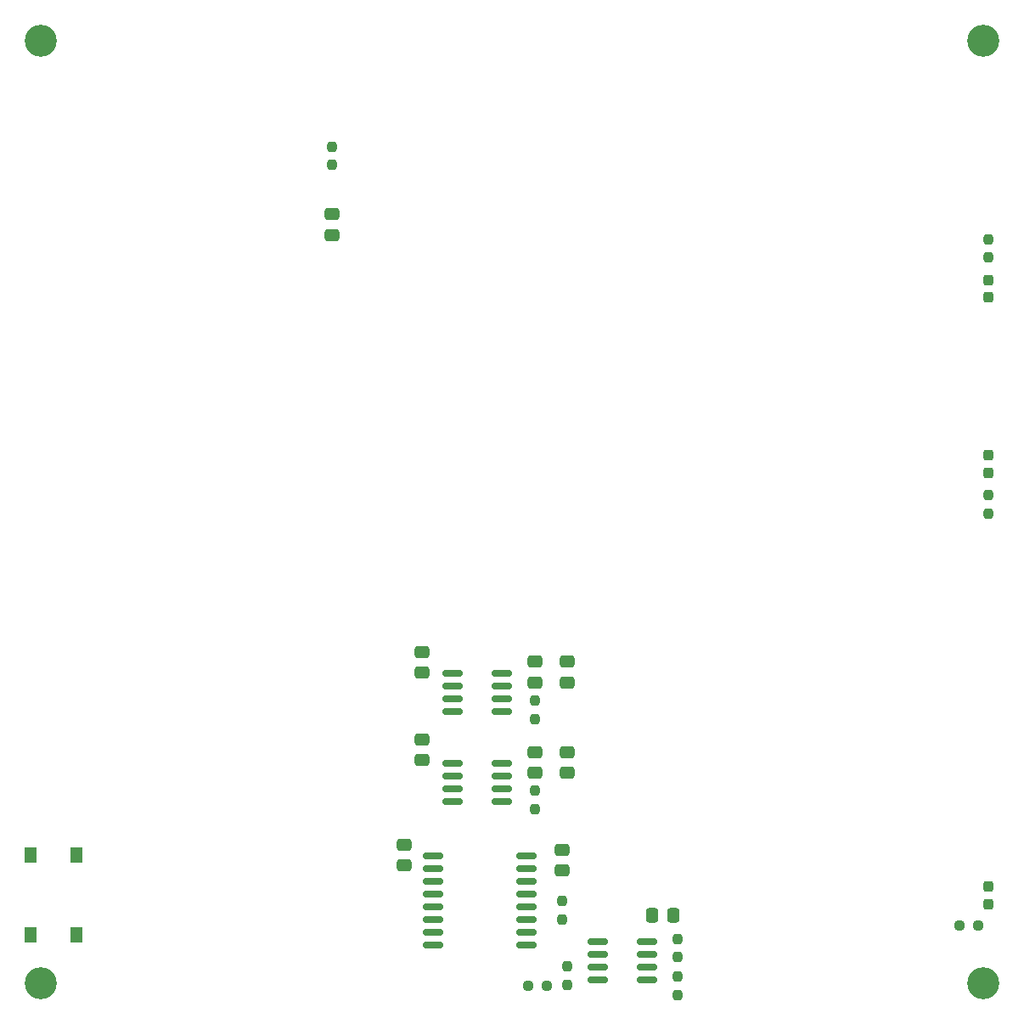
<source format=gtp>
G04 #@! TF.GenerationSoftware,KiCad,Pcbnew,8.0.7-8.0.7-0~ubuntu22.04.1*
G04 #@! TF.CreationDate,2025-02-10T08:16:07+09:00*
G04 #@! TF.ProjectId,CoRE2025MainBoard_1,436f5245-3230-4323-954d-61696e426f61,rev?*
G04 #@! TF.SameCoordinates,Original*
G04 #@! TF.FileFunction,Paste,Top*
G04 #@! TF.FilePolarity,Positive*
%FSLAX46Y46*%
G04 Gerber Fmt 4.6, Leading zero omitted, Abs format (unit mm)*
G04 Created by KiCad (PCBNEW 8.0.7-8.0.7-0~ubuntu22.04.1) date 2025-02-10 08:16:07*
%MOMM*%
%LPD*%
G01*
G04 APERTURE LIST*
G04 Aperture macros list*
%AMRoundRect*
0 Rectangle with rounded corners*
0 $1 Rounding radius*
0 $2 $3 $4 $5 $6 $7 $8 $9 X,Y pos of 4 corners*
0 Add a 4 corners polygon primitive as box body*
4,1,4,$2,$3,$4,$5,$6,$7,$8,$9,$2,$3,0*
0 Add four circle primitives for the rounded corners*
1,1,$1+$1,$2,$3*
1,1,$1+$1,$4,$5*
1,1,$1+$1,$6,$7*
1,1,$1+$1,$8,$9*
0 Add four rect primitives between the rounded corners*
20,1,$1+$1,$2,$3,$4,$5,0*
20,1,$1+$1,$4,$5,$6,$7,0*
20,1,$1+$1,$6,$7,$8,$9,0*
20,1,$1+$1,$8,$9,$2,$3,0*%
G04 Aperture macros list end*
%ADD10RoundRect,0.250000X0.475000X-0.337500X0.475000X0.337500X-0.475000X0.337500X-0.475000X-0.337500X0*%
%ADD11RoundRect,0.237500X-0.237500X0.250000X-0.237500X-0.250000X0.237500X-0.250000X0.237500X0.250000X0*%
%ADD12RoundRect,0.237500X0.237500X-0.250000X0.237500X0.250000X-0.237500X0.250000X-0.237500X-0.250000X0*%
%ADD13C,3.200000*%
%ADD14RoundRect,0.250000X-0.475000X0.337500X-0.475000X-0.337500X0.475000X-0.337500X0.475000X0.337500X0*%
%ADD15R,1.300000X1.550000*%
%ADD16RoundRect,0.150000X-0.825000X-0.150000X0.825000X-0.150000X0.825000X0.150000X-0.825000X0.150000X0*%
%ADD17RoundRect,0.237500X0.250000X0.237500X-0.250000X0.237500X-0.250000X-0.237500X0.250000X-0.237500X0*%
%ADD18RoundRect,0.237500X0.237500X-0.287500X0.237500X0.287500X-0.237500X0.287500X-0.237500X-0.287500X0*%
%ADD19RoundRect,0.150000X-0.875000X-0.150000X0.875000X-0.150000X0.875000X0.150000X-0.875000X0.150000X0*%
%ADD20RoundRect,0.237500X-0.237500X0.287500X-0.237500X-0.287500X0.237500X-0.287500X0.237500X0.287500X0*%
%ADD21RoundRect,0.250000X-0.337500X-0.475000X0.337500X-0.475000X0.337500X0.475000X-0.337500X0.475000X0*%
%ADD22RoundRect,0.237500X-0.250000X-0.237500X0.250000X-0.237500X0.250000X0.237500X-0.250000X0.237500X0*%
G04 APERTURE END LIST*
D10*
X141000000Y-116037500D03*
X141000000Y-113962500D03*
X132000000Y-72387500D03*
X132000000Y-70312500D03*
D11*
X152250000Y-118837500D03*
X152250000Y-120662500D03*
D12*
X132000000Y-65412500D03*
X132000000Y-63587500D03*
D13*
X197000000Y-147000000D03*
D14*
X155000000Y-133712500D03*
X155000000Y-135787500D03*
D15*
X106500000Y-134275000D03*
X106500000Y-142225000D03*
X102000000Y-134275000D03*
X102000000Y-142225000D03*
D10*
X141000000Y-124787500D03*
X141000000Y-122712500D03*
D16*
X158525000Y-142845000D03*
X158525000Y-144115000D03*
X158525000Y-145385000D03*
X158525000Y-146655000D03*
X163475000Y-146655000D03*
X163475000Y-145385000D03*
X163475000Y-144115000D03*
X163475000Y-142845000D03*
D17*
X153412500Y-147250000D03*
X151587500Y-147250000D03*
D18*
X197500000Y-78625000D03*
X197500000Y-76875000D03*
D19*
X142100000Y-134305000D03*
X142100000Y-135575000D03*
X142100000Y-136845000D03*
X142100000Y-138115000D03*
X142100000Y-139385000D03*
X142100000Y-140655000D03*
X142100000Y-141925000D03*
X142100000Y-143195000D03*
X151400000Y-143195000D03*
X151400000Y-141925000D03*
X151400000Y-140655000D03*
X151400000Y-139385000D03*
X151400000Y-138115000D03*
X151400000Y-136845000D03*
X151400000Y-135575000D03*
X151400000Y-134305000D03*
D14*
X152250000Y-114962500D03*
X152250000Y-117037500D03*
D16*
X144025000Y-125095000D03*
X144025000Y-126365000D03*
X144025000Y-127635000D03*
X144025000Y-128905000D03*
X148975000Y-128905000D03*
X148975000Y-127635000D03*
X148975000Y-126365000D03*
X148975000Y-125095000D03*
D13*
X197000000Y-53000000D03*
D20*
X197500000Y-94375000D03*
X197500000Y-96125000D03*
D11*
X155500000Y-145337500D03*
X155500000Y-147162500D03*
D14*
X155500000Y-114962500D03*
X155500000Y-117037500D03*
D21*
X163962500Y-140250000D03*
X166037500Y-140250000D03*
D14*
X152250000Y-123962500D03*
X152250000Y-126037500D03*
D13*
X103000000Y-147000000D03*
D11*
X152250000Y-127837500D03*
X152250000Y-129662500D03*
D22*
X194587500Y-141250000D03*
X196412500Y-141250000D03*
D11*
X166500000Y-142587500D03*
X166500000Y-144412500D03*
D14*
X139250000Y-133212500D03*
X139250000Y-135287500D03*
D20*
X197500000Y-137375000D03*
X197500000Y-139125000D03*
D16*
X144025000Y-116095000D03*
X144025000Y-117365000D03*
X144025000Y-118635000D03*
X144025000Y-119905000D03*
X148975000Y-119905000D03*
X148975000Y-118635000D03*
X148975000Y-117365000D03*
X148975000Y-116095000D03*
D11*
X197500000Y-72837500D03*
X197500000Y-74662500D03*
D14*
X155500000Y-123962500D03*
X155500000Y-126037500D03*
D12*
X197500000Y-100162500D03*
X197500000Y-98337500D03*
D11*
X166500000Y-146337500D03*
X166500000Y-148162500D03*
D13*
X103000001Y-53000001D03*
D12*
X155000000Y-140662500D03*
X155000000Y-138837500D03*
M02*

</source>
